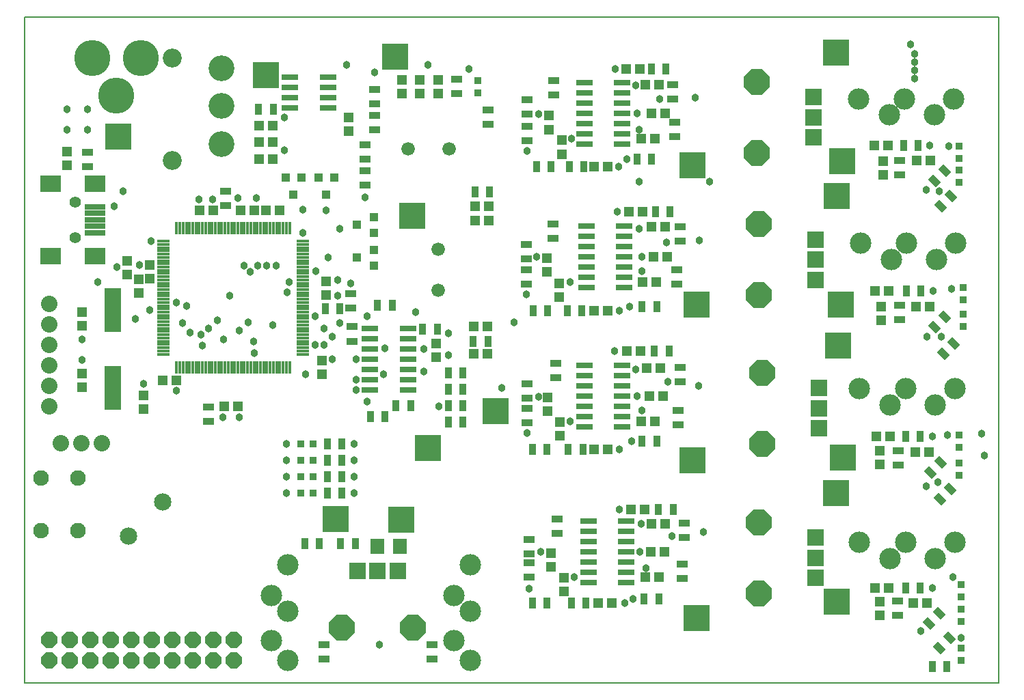
<source format=gbr>
%FSLAX24Y24*%
%MOIN*%
G04 EasyPC Gerber Version 16.0.4 Build 3240 *
%AMT23*0 Octagon Pad at angle 0*4,1,8,-0.01656,-0.04000,0.01656,-0.04000,0.04000,-0.01656,0.04000,0.01656,0.01656,0.04000,-0.01656,0.04000,-0.04000,0.01656,-0.04000,-0.01656,-0.01656,-0.04000,0*%
%ADD23T23*%
%ADD106R,0.01500X0.06400*%
%ADD110R,0.03750X0.05324*%
%ADD117R,0.03946X0.04143*%
%ADD107R,0.04537X0.04931*%
%ADD119R,0.06899X0.07687*%
%ADD113R,0.08200X0.21600*%
%ADD120R,0.13100X0.13100*%
%ADD111R,0.03750X0.03750*%
%ADD73R,0.08000X0.08000*%
%ADD78C,0.00500*%
%ADD76C,0.03800*%
%ADD29C,0.05600*%
%ADD25C,0.06600*%
%ADD24C,0.07600*%
%ADD22C,0.08000*%
%ADD75C,0.08474*%
%ADD28C,0.09200*%
%ADD72C,0.10443*%
%ADD27C,0.12600*%
%ADD26C,0.17600*%
%AMT74*0 Octagon Pad at angle 0*4,1,8,-0.02570,-0.06206,0.02570,-0.06206,0.06206,-0.02570,0.06206,0.02570,0.02570,0.06206,-0.02570,0.06206,-0.06206,0.02570,-0.06206,-0.02570,-0.02570,-0.06206,0*%
%ADD74T74*%
%ADD105R,0.06400X0.01500*%
%ADD115R,0.10443X0.02569*%
%ADD114R,0.08400X0.02800*%
%AMT112*0 Rectangle Pad at angle 45*21,1,0.03750,0.05324,0,0,45*%
%ADD112T112*%
%ADD109R,0.05324X0.03750*%
%ADD118R,0.04143X0.03946*%
%ADD108R,0.04931X0.04537*%
%ADD116R,0.10443X0.08474*%
X0Y0D02*
D02*
D22*
X2830Y13783D03*
Y14783D03*
Y15783D03*
Y16783D03*
Y17783D03*
Y18783D03*
X3380Y11983D03*
X4380D03*
X5380D03*
D02*
D23*
X2830Y1383D03*
Y2383D03*
X3830Y1383D03*
Y2383D03*
X4830Y1383D03*
Y2383D03*
X5830Y1383D03*
Y2383D03*
X6830Y1383D03*
Y2383D03*
X7830Y1383D03*
Y2383D03*
X8830Y1383D03*
Y2383D03*
X9830Y1383D03*
Y2383D03*
X10830Y1383D03*
Y2383D03*
X11830Y1383D03*
Y2383D03*
D02*
D24*
X2430Y7723D03*
Y10282D03*
X4202Y7723D03*
Y10282D03*
D02*
D25*
X20330Y26333D03*
X21780Y19433D03*
Y21433D03*
X22330Y26333D03*
D02*
D26*
X4911Y30783D03*
X6093Y28933D03*
X7274Y30783D03*
D02*
D27*
X11230Y26583D03*
Y28433D03*
Y30283D03*
D02*
D28*
X8830Y25783D03*
Y30783D03*
D02*
D29*
X4080Y22017D03*
Y23749D03*
D02*
D72*
X13664Y2333D03*
Y4538D03*
X14452Y1388D03*
Y3790D03*
Y6034D03*
X22564Y2333D03*
Y4538D03*
X23352Y1388D03*
Y3790D03*
Y6034D03*
X42273Y28789D03*
X42323Y7139D03*
Y14639D03*
X42373Y21739D03*
X43769Y28002D03*
X43819Y6352D03*
Y13852D03*
X43869Y20952D03*
X44517Y28789D03*
X44567Y7139D03*
Y14639D03*
X44617Y21739D03*
X45974Y28002D03*
X46024Y6352D03*
Y13852D03*
X46074Y20952D03*
X46919Y28789D03*
X46969Y7139D03*
Y14639D03*
X47019Y21739D03*
D02*
D73*
X17846Y5739D03*
X18830D03*
X19814D03*
X40086Y26899D03*
Y27883D03*
Y28868D03*
X40186Y5399D03*
Y6383D03*
Y7368D03*
Y19949D03*
Y20933D03*
Y21918D03*
X40336Y12699D03*
Y13683D03*
Y14668D03*
D02*
D74*
X17098Y2983D03*
X20562D03*
X37330Y26151D03*
Y29616D03*
X37430Y4651D03*
Y8116D03*
Y19201D03*
Y22666D03*
X37580Y11951D03*
Y15416D03*
D02*
D75*
X6695Y7448D03*
X8365Y9118D03*
D02*
D76*
X3680Y27283D03*
Y28283D03*
X4430Y16033D03*
Y17033D03*
X4680Y27283D03*
Y28283D03*
X5180Y19833D03*
X5980Y23533D03*
X6130Y20583D03*
X6430Y24283D03*
X7030Y18033D03*
X7230Y20683D03*
X7430Y14883D03*
X7730Y18483D03*
X7780Y21833D03*
X9030Y14533D03*
Y18833D03*
X9330Y17833D03*
X9530Y18683D03*
X9680Y17383D03*
X10130Y23883D03*
X10230Y17283D03*
X10280Y16733D03*
X10580Y17583D03*
X10780Y23883D03*
X11030Y17983D03*
X11280Y13233D03*
X11330Y17033D03*
X11630Y19183D03*
X12030Y23933D03*
X12080Y13233D03*
Y17483D03*
X12330Y20633D03*
X12530Y17883D03*
X12630Y20333D03*
X12780Y16933D03*
X12830Y16383D03*
X12930Y23933D03*
X12980Y20633D03*
X13430D03*
X13730Y17733D03*
X13880Y20633D03*
X14280Y26283D03*
Y27883D03*
X14380Y9533D03*
Y10333D03*
Y11133D03*
Y11933D03*
X14430Y19333D03*
X14530Y19833D03*
X15180Y22233D03*
Y23383D03*
X15330Y15333D03*
X15780Y16783D03*
Y18183D03*
X15830Y20383D03*
X16230Y16783D03*
Y17583D03*
X16330Y23333D03*
X16430Y21033D03*
X16630Y16083D03*
Y17183D03*
X16880Y19183D03*
Y19933D03*
X16980Y17833D03*
Y22433D03*
X17330Y30433D03*
X17530Y19779D03*
X17680Y9533D03*
Y10333D03*
Y11133D03*
Y11933D03*
X17780Y14563D03*
Y15063D03*
Y16063D03*
X18230Y23983D03*
X18330Y14013D03*
Y18163D03*
X18680Y30083D03*
X18930Y2133D03*
X19130Y15333D03*
X19180Y16613D03*
X20680Y18383D03*
X21080Y15463D03*
Y16563D03*
X21280Y30433D03*
X21830Y13763D03*
X22280Y16263D03*
Y17333D03*
X23280Y30233D03*
X24880Y14683D03*
X25480Y17883D03*
X26080Y19233D03*
X26130Y12483D03*
Y26233D03*
X26230Y4883D03*
X26580Y21083D03*
X26680Y14233D03*
Y28033D03*
X26780Y6683D03*
X28230Y13033D03*
Y19833D03*
X28280Y26829D03*
X28430Y5433D03*
X30380Y16483D03*
X30430Y30233D03*
X30530Y23283D03*
X30580Y25479D03*
X30626Y18433D03*
X30630Y8733D03*
Y11683D03*
X30880Y4183D03*
X30980Y25833D03*
X31130Y18633D03*
X31230Y12083D03*
X31280Y4383D03*
X31430Y15583D03*
Y29433D03*
X31480Y14283D03*
Y28083D03*
X31580Y22433D03*
Y24733D03*
Y27283D03*
X31630Y6683D03*
X31680Y8033D03*
X31730Y13583D03*
Y20383D03*
Y21083D03*
X31930Y5883D03*
X32580Y28783D03*
X32930Y21783D03*
X32980Y14983D03*
X33180Y7433D03*
X34330Y28833D03*
X34480Y14783D03*
X34530Y21883D03*
X34730Y7633D03*
X35030Y24733D03*
X44830Y31433D03*
X45030Y29783D03*
Y30183D03*
Y30583D03*
Y30983D03*
X45324Y2818D03*
X45580Y24333D03*
X45591Y9870D03*
X45630Y17183D03*
X45739Y26518D03*
X45874Y4918D03*
Y12318D03*
X45924Y19418D03*
X46135Y10088D03*
X46230Y24283D03*
X46330Y17183D03*
X46624Y12368D03*
X46689Y26468D03*
X46824Y19517D03*
X46880Y5433D03*
X47274Y2468D03*
X48280Y12433D03*
X48430Y11383D03*
D02*
D78*
X1630Y283D02*
X49130D01*
Y32783*
X1630*
Y283*
D02*
D105*
X8380Y16323D03*
Y16483D03*
Y16643D03*
Y16803D03*
Y16953D03*
Y17113D03*
Y17273D03*
Y17433D03*
Y17583D03*
Y17743D03*
Y17903D03*
Y18063D03*
Y18213D03*
Y18373D03*
Y18533D03*
Y18693D03*
Y18843D03*
Y19003D03*
Y19163D03*
Y19323D03*
Y19473D03*
Y19633D03*
Y19793D03*
Y19953D03*
Y20103D03*
Y20263D03*
Y20423D03*
Y20583D03*
Y20733D03*
Y20893D03*
Y21053D03*
Y21213D03*
Y21363D03*
Y21523D03*
Y21683D03*
Y21843D03*
X15180Y16323D03*
Y16483D03*
Y16643D03*
Y16803D03*
Y16953D03*
Y17113D03*
Y17273D03*
Y17433D03*
Y17583D03*
Y17743D03*
Y17903D03*
Y18063D03*
Y18213D03*
Y18373D03*
Y18533D03*
Y18693D03*
Y18843D03*
Y19003D03*
Y19163D03*
Y19323D03*
Y19473D03*
Y19633D03*
Y19793D03*
Y19953D03*
Y20103D03*
Y20263D03*
Y20423D03*
Y20583D03*
Y20733D03*
Y20893D03*
Y21053D03*
Y21213D03*
Y21363D03*
Y21523D03*
Y21683D03*
Y21843D03*
D02*
D106*
X9020Y15683D03*
Y22483D03*
X9180Y15683D03*
Y22483D03*
X9340Y15683D03*
Y22483D03*
X9500Y15683D03*
Y22483D03*
X9650Y15683D03*
Y22483D03*
X9810Y15683D03*
Y22483D03*
X9970Y15683D03*
Y22483D03*
X10130Y15683D03*
Y22483D03*
X10280Y15683D03*
Y22483D03*
X10440Y15683D03*
Y22483D03*
X10600Y15683D03*
Y22483D03*
X10760Y15683D03*
Y22483D03*
X10910Y15683D03*
Y22483D03*
X11070Y15683D03*
Y22483D03*
X11230Y15683D03*
Y22483D03*
X11390Y15683D03*
Y22483D03*
X11540Y15683D03*
Y22483D03*
X11700Y15683D03*
Y22483D03*
X11860Y15683D03*
Y22483D03*
X12020Y15683D03*
Y22483D03*
X12170Y15683D03*
Y22483D03*
X12330Y15683D03*
Y22483D03*
X12490Y15683D03*
Y22483D03*
X12650Y15683D03*
Y22483D03*
X12800Y15683D03*
Y22483D03*
X12960Y15683D03*
Y22483D03*
X13120Y15683D03*
Y22483D03*
X13280Y15683D03*
Y22483D03*
X13430Y15683D03*
Y22483D03*
X13590Y15683D03*
Y22483D03*
X13750Y15683D03*
Y22483D03*
X13910Y15683D03*
Y22483D03*
X14060Y15683D03*
Y22483D03*
X14220Y15683D03*
Y22483D03*
X14380Y15683D03*
Y22483D03*
X14540Y15683D03*
Y22483D03*
D02*
D107*
X3680Y25549D03*
Y26218D03*
X4430Y14699D03*
Y15368D03*
Y17699D03*
Y18368D03*
X6630Y20199D03*
Y20868D03*
X7180Y19299D03*
Y19968D03*
X7430Y13649D03*
Y14318D03*
X7730Y19999D03*
Y20668D03*
X16130Y15349D03*
Y16018D03*
X16330Y19199D03*
Y19868D03*
X17430Y27199D03*
Y27868D03*
X20030Y29049D03*
Y29718D03*
X20880Y29049D03*
Y29718D03*
X21680Y16179D03*
Y16848D03*
X21780Y29049D03*
Y29718D03*
X27080Y20349D03*
Y21018D03*
X27130Y13549D03*
Y14218D03*
X27180Y27294D03*
Y27964D03*
X27280Y5949D03*
Y6618D03*
X27680Y19099D03*
Y19768D03*
X27730Y12349D03*
Y13018D03*
X27830Y26094D03*
Y26764D03*
X27930Y4749D03*
Y5418D03*
X43324Y3583D03*
Y4252D03*
Y10933D03*
Y11602D03*
X43374Y17983D03*
Y18652D03*
X43474Y25083D03*
Y25752D03*
D02*
D108*
X8345Y15033D03*
X9015D03*
X10145Y23333D03*
X10815D03*
X11345Y13783D03*
X12015D03*
X12145Y23333D03*
X12815D03*
X13045Y25833D03*
Y26683D03*
Y27483D03*
X13395Y23333D03*
X13715Y25833D03*
Y26683D03*
Y27483D03*
X14065Y23333D03*
X23511Y16333D03*
Y17683D03*
X23595Y22833D03*
Y23533D03*
X24180Y16333D03*
Y17683D03*
X24265Y22833D03*
Y23533D03*
X29391Y18433D03*
X29395Y11683D03*
Y25479D03*
X29595Y4183D03*
X30060Y18433D03*
X30065Y11683D03*
Y25479D03*
X30265Y4183D03*
X30945Y30233D03*
X30995Y16483D03*
X31095Y23283D03*
X31195Y8733D03*
X31615Y30233D03*
X31665Y16483D03*
X31695Y13033D03*
Y26833D03*
X31745Y19833D03*
X31765Y23283D03*
X31865Y8733D03*
X31895Y5433D03*
Y29483D03*
X31945Y15633D03*
X32095Y14283D03*
X32145Y6683D03*
X32195Y8033D03*
Y22533D03*
Y28083D03*
X32295Y21088D03*
X32365Y13033D03*
Y26833D03*
X32415Y19833D03*
X32565Y5433D03*
Y29483D03*
X32615Y15633D03*
X32765Y14283D03*
X32815Y6683D03*
X32865Y8033D03*
Y22533D03*
Y28083D03*
X32965Y21088D03*
X43055Y26518D03*
X43089Y19417D03*
X43089Y4918D03*
X43139Y12318D03*
X43724Y26518D03*
X43758Y19417D03*
X43759Y4918D03*
X43809Y12318D03*
X44945Y4183D03*
X45045Y11533D03*
X45095Y18633D03*
X45105Y25768D03*
X45615Y4183D03*
X45715Y11533D03*
X45765Y18633D03*
X45774Y25768D03*
D02*
D109*
X4680Y25479D03*
Y26188D03*
X10580Y13029D03*
Y13738D03*
X11430Y23579D03*
Y24288D03*
X16230Y1429D03*
Y2138D03*
X17530Y18575D03*
Y19283D03*
X17580Y16959D03*
Y17668D03*
X18230Y24579D03*
Y25288D03*
Y25829D03*
Y26538D03*
X18680Y27279D03*
Y27988D03*
Y28529D03*
Y29238D03*
X21480Y1429D03*
Y2138D03*
X22680Y29029D03*
Y29738D03*
X24230Y27529D03*
Y28238D03*
X26080Y19729D03*
Y20438D03*
Y20979D03*
Y21688D03*
X26130Y12979D03*
Y13688D03*
Y14179D03*
Y14888D03*
Y26729D03*
Y27438D03*
Y28029D03*
Y28738D03*
X26230Y5429D03*
Y6138D03*
Y6579D03*
Y7288D03*
X27380Y21979D03*
Y22688D03*
X27430Y28979D03*
Y29688D03*
X27530Y15179D03*
Y15888D03*
X27580Y7579D03*
Y8288D03*
X33230Y28779D03*
Y29488D03*
X33330Y26929D03*
Y27638D03*
X33430Y19729D03*
Y20438D03*
X33480Y12879D03*
Y13588D03*
X33580Y14979D03*
Y15688D03*
Y21829D03*
Y22538D03*
X33680Y5379D03*
Y6088D03*
X33780Y7379D03*
Y8088D03*
X44174Y3563D03*
Y4272D03*
X44224Y10913D03*
Y11622D03*
X44274Y18013D03*
Y18722D03*
Y25063D03*
Y25772D03*
D02*
D110*
X13026Y28283D03*
X13734D03*
X15276Y7083D03*
X15984D03*
X16276Y18533D03*
X16376Y9533D03*
Y10333D03*
Y11133D03*
Y11933D03*
X16984Y18533D03*
X17026Y7083D03*
X17084Y9533D03*
Y10333D03*
Y11133D03*
Y11933D03*
X17734Y7083D03*
X18476Y13263D03*
X18826Y18713D03*
X19184Y13263D03*
X19534Y18713D03*
X19726Y13813D03*
X20434D03*
X21026Y17533D03*
X21734D03*
X22276Y13013D03*
Y13813D03*
Y14613D03*
Y15413D03*
X22984Y13013D03*
Y13813D03*
Y14613D03*
Y15413D03*
X23491Y16933D03*
X23576Y24233D03*
X24200Y16933D03*
X24284Y24233D03*
X26376Y4183D03*
Y11683D03*
X26421Y18433D03*
X26576Y25479D03*
X27084Y4183D03*
Y11683D03*
X27130Y18433D03*
X27284Y25479D03*
X28071Y18433D03*
X28126Y11683D03*
X28176Y25479D03*
X28276Y4183D03*
X28780Y18433D03*
X28834Y11683D03*
X28884Y25479D03*
X28984Y4183D03*
X31476Y25833D03*
X31726Y12083D03*
Y18633D03*
X31826Y4383D03*
X32176Y30233D03*
X32184Y25833D03*
X32326Y16483D03*
X32376Y23283D03*
X32434Y12083D03*
Y18633D03*
X32526Y8733D03*
X32534Y4383D03*
X32884Y30233D03*
X33034Y16483D03*
X33084Y23283D03*
X33234Y8733D03*
X44485Y26518D03*
X44570Y4918D03*
Y12318D03*
X44619Y19417D03*
X45194Y26518D03*
X45278Y4918D03*
Y12318D03*
X45328Y19417D03*
X45870Y1068D03*
X46578D03*
D02*
D111*
X15085Y9533D03*
Y10333D03*
Y11133D03*
Y11933D03*
X15675Y9533D03*
Y10333D03*
Y11133D03*
Y11933D03*
X23730Y29088D03*
Y29679D03*
X47174Y10422D03*
Y11013D03*
Y11772D03*
Y12363D03*
X47189Y24722D03*
Y25313D03*
Y25872D03*
Y26463D03*
X47274Y1372D03*
Y1963D03*
Y3272D03*
Y3863D03*
Y4472D03*
Y5063D03*
X47374Y18972D03*
Y19562D03*
X47374Y17672D03*
Y18263D03*
D02*
D112*
X45729Y3183D03*
X45779Y10533D03*
X45979Y17633D03*
Y24783D03*
X46224Y1967D03*
X46231Y3684D03*
X46235Y9237D03*
X46281Y11034D03*
X46295Y23533D03*
X46429Y16332D03*
X46481Y18134D03*
Y25284D03*
X46725Y2468D03*
X46736Y9739D03*
X46796Y24034D03*
X46930Y16833D03*
D02*
D113*
X5930Y14683D03*
Y18483D03*
D02*
D114*
X14550Y28333D03*
Y28833D03*
Y29333D03*
Y29833D03*
X16410Y28333D03*
Y28833D03*
Y29333D03*
Y29833D03*
X18450Y14563D03*
Y15063D03*
Y15563D03*
Y16063D03*
Y16563D03*
Y17063D03*
Y17563D03*
X20310Y14563D03*
Y15063D03*
Y15563D03*
Y16063D03*
Y16563D03*
Y17063D03*
Y17563D03*
X28900Y12783D03*
Y13283D03*
Y13783D03*
Y14283D03*
Y14783D03*
Y15283D03*
Y15783D03*
Y26583D03*
Y27083D03*
Y27583D03*
Y28083D03*
Y28583D03*
Y29083D03*
Y29583D03*
X29000Y19583D03*
Y20083D03*
Y20583D03*
Y21083D03*
Y21583D03*
Y22083D03*
Y22583D03*
X29100Y5183D03*
Y5683D03*
Y6183D03*
Y6683D03*
Y7183D03*
Y7683D03*
Y8183D03*
X30760Y12783D03*
Y13283D03*
Y13783D03*
Y14283D03*
Y14783D03*
Y15283D03*
Y15783D03*
Y26583D03*
Y27083D03*
Y27583D03*
Y28083D03*
Y28583D03*
Y29083D03*
Y29583D03*
X30860Y19583D03*
Y20083D03*
Y20583D03*
Y21083D03*
Y21583D03*
Y22083D03*
Y22583D03*
X30960Y5183D03*
Y5683D03*
Y6183D03*
Y6683D03*
Y7183D03*
Y7683D03*
Y8183D03*
D02*
D115*
X5064Y22253D03*
Y22568D03*
Y22883D03*
Y23198D03*
Y23513D03*
D02*
D116*
X2899Y21112D03*
Y24655D03*
X5064Y21112D03*
Y24655D03*
D02*
D117*
X14336Y24947D03*
X14730Y24120D03*
X15124Y24947D03*
X15936D03*
X16330Y24120D03*
X16724Y24947D03*
D02*
D118*
X17817Y21033D03*
Y22633D03*
X18643Y20640D03*
Y21427D03*
Y22240D03*
Y23027D03*
D02*
D119*
X18829Y6933D03*
X19931D03*
D02*
D120*
X6180Y26933D03*
X13380Y29933D03*
X16780Y8283D03*
X19680Y30833D03*
X19980Y8233D03*
X20530Y23083D03*
X21280Y11733D03*
X24580Y13533D03*
X34180Y11133D03*
Y25533D03*
X34380Y3433D03*
Y18733D03*
X41180Y9533D03*
Y31033D03*
X41230Y4233D03*
Y24033D03*
X41280Y16733D03*
X41430Y18733D03*
X41480Y25733D03*
X41530Y11283D03*
X0Y0D02*
M02*

</source>
